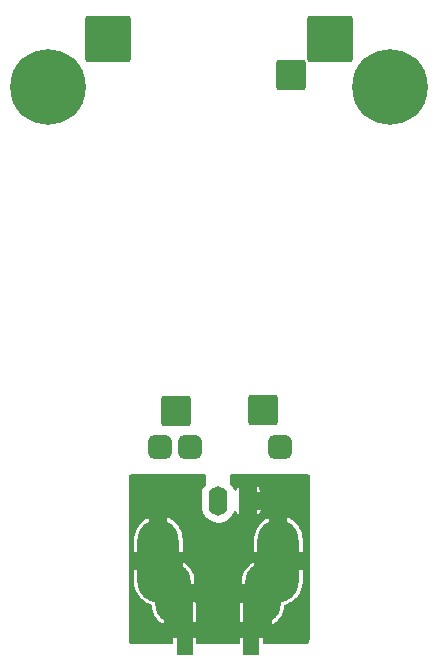
<source format=gbr>
%TF.GenerationSoftware,KiCad,Pcbnew,6.0.2+dfsg-1*%
%TF.CreationDate,2023-08-31T23:38:14+02:00*%
%TF.ProjectId,UnUn_BNC,556e556e-5f42-44e4-932e-6b696361645f,rev?*%
%TF.SameCoordinates,Original*%
%TF.FileFunction,Copper,L1,Top*%
%TF.FilePolarity,Positive*%
%FSLAX46Y46*%
G04 Gerber Fmt 4.6, Leading zero omitted, Abs format (unit mm)*
G04 Created by KiCad (PCBNEW 6.0.2+dfsg-1) date 2023-08-31 23:38:14*
%MOMM*%
%LPD*%
G01*
G04 APERTURE LIST*
G04 Aperture macros list*
%AMRoundRect*
0 Rectangle with rounded corners*
0 $1 Rounding radius*
0 $2 $3 $4 $5 $6 $7 $8 $9 X,Y pos of 4 corners*
0 Add a 4 corners polygon primitive as box body*
4,1,4,$2,$3,$4,$5,$6,$7,$8,$9,$2,$3,0*
0 Add four circle primitives for the rounded corners*
1,1,$1+$1,$2,$3*
1,1,$1+$1,$4,$5*
1,1,$1+$1,$6,$7*
1,1,$1+$1,$8,$9*
0 Add four rect primitives between the rounded corners*
20,1,$1+$1,$2,$3,$4,$5,0*
20,1,$1+$1,$4,$5,$6,$7,0*
20,1,$1+$1,$6,$7,$8,$9,0*
20,1,$1+$1,$8,$9,$2,$3,0*%
G04 Aperture macros list end*
%TA.AperFunction,ComponentPad*%
%ADD10RoundRect,0.249999X-1.025001X-1.025001X1.025001X-1.025001X1.025001X1.025001X-1.025001X1.025001X0*%
%TD*%
%TA.AperFunction,ComponentPad*%
%ADD11RoundRect,0.250002X-1.699998X-1.699998X1.699998X-1.699998X1.699998X1.699998X-1.699998X1.699998X0*%
%TD*%
%TA.AperFunction,ComponentPad*%
%ADD12O,1.600000X2.500000*%
%TD*%
%TA.AperFunction,ComponentPad*%
%ADD13O,3.500000X7.000000*%
%TD*%
%TA.AperFunction,ComponentPad*%
%ADD14C,0.800000*%
%TD*%
%TA.AperFunction,ComponentPad*%
%ADD15C,6.400000*%
%TD*%
%TA.AperFunction,ComponentPad*%
%ADD16O,3.000000X5.000000*%
%TD*%
%TA.AperFunction,ComponentPad*%
%ADD17RoundRect,0.500000X-0.500000X-0.500000X0.500000X-0.500000X0.500000X0.500000X-0.500000X0.500000X0*%
%TD*%
%TA.AperFunction,SMDPad,CuDef*%
%ADD18R,1.350000X4.200000*%
%TD*%
%TA.AperFunction,ViaPad*%
%ADD19C,0.800000*%
%TD*%
%TA.AperFunction,Conductor*%
%ADD20C,1.000000*%
%TD*%
G04 APERTURE END LIST*
D10*
%TO.P,U2,1,a*%
%TO.N,GND*%
X121302000Y-79656000D03*
%TO.P,U2,4,b'*%
%TO.N,Net-(C1-Pad1)*%
X113902000Y-79756000D03*
%TO.P,U2,5,x*%
%TO.N,Net-(H1-Pad1)*%
X123698000Y-51308000D03*
%TD*%
D11*
%TO.P,J5,1,Pin_1*%
%TO.N,GND*%
X108204000Y-48260000D03*
%TD*%
D12*
%TO.P,J1,1,In*%
%TO.N,Net-(C1-Pad1)*%
X117525000Y-87375000D03*
D13*
%TO.P,J1,2,Ext*%
%TO.N,GND*%
X122605000Y-92455000D03*
D12*
X120065000Y-87375000D03*
D13*
X112445000Y-92455000D03*
%TD*%
D11*
%TO.P,J3,1,Pin_1*%
%TO.N,Net-(H1-Pad1)*%
X127000000Y-48260000D03*
%TD*%
D14*
%TO.P,REF\u002A\u002A,1*%
%TO.N,N/C*%
X132080000Y-49924000D03*
D15*
X132080000Y-52324000D03*
D14*
X132080000Y-54724000D03*
X133777056Y-50626944D03*
X129680000Y-52324000D03*
X130382944Y-54021056D03*
X130382944Y-50626944D03*
X134480000Y-52324000D03*
X133777056Y-54021056D03*
%TD*%
%TO.P,REF\u002A\u002A,1*%
%TO.N,N/C*%
X103124000Y-49924000D03*
X100724000Y-52324000D03*
X103124000Y-54724000D03*
D15*
%TO.N,GND*%
X103124000Y-52324000D03*
D14*
%TO.N,N/C*%
X105524000Y-52324000D03*
X104821056Y-50626944D03*
X104821056Y-54021056D03*
X101426944Y-50626944D03*
X101426944Y-54021056D03*
%TD*%
D16*
%TO.P,REF\u002A\u002A,2*%
%TO.N,GND*%
X121300000Y-95207500D03*
X113700000Y-95207500D03*
%TD*%
D17*
%TO.P,C1,1*%
%TO.N,Net-(C1-Pad1)*%
X115135000Y-82804000D03*
X112595000Y-82804000D03*
%TO.P,C1,2*%
%TO.N,GND*%
X122755000Y-82804000D03*
%TD*%
D15*
%TO.P,H1,1,1*%
%TO.N,Net-(H1-Pad1)*%
X132080000Y-52324000D03*
%TD*%
D18*
%TO.P,REF\u002A\u002A,2*%
%TO.N,GND*%
X120325000Y-98337500D03*
X114675000Y-98337500D03*
%TD*%
D19*
%TO.N,GND*%
X114300000Y-87630000D03*
X110490000Y-86360000D03*
X123190000Y-97790000D03*
X119380000Y-91440000D03*
X111760000Y-97790000D03*
X110490000Y-97790000D03*
X124460000Y-86360000D03*
X115570000Y-88900000D03*
X110490000Y-87630000D03*
X119380000Y-92710000D03*
X124460000Y-87630000D03*
X110490000Y-96520000D03*
X115570000Y-90170000D03*
X115570000Y-92710000D03*
X123190000Y-86360000D03*
X113030000Y-87630000D03*
X111760000Y-87630000D03*
X121920000Y-87630000D03*
X115570000Y-86360000D03*
X114300000Y-86360000D03*
X124460000Y-97790000D03*
X115570000Y-87630000D03*
X119380000Y-90170000D03*
X115570000Y-91440000D03*
X113030000Y-86360000D03*
X121920000Y-86360000D03*
X111760000Y-86360000D03*
X123190000Y-87630000D03*
X124460000Y-96520000D03*
%TD*%
D20*
%TO.N,GND*%
X112699000Y-92201000D02*
X112445000Y-92455000D01*
%TD*%
%TA.AperFunction,Conductor*%
%TO.N,GND*%
G36*
X116442121Y-85165002D02*
G01*
X116488614Y-85218658D01*
X116500000Y-85271000D01*
X116500000Y-85921181D01*
X116479998Y-85989302D01*
X116471434Y-86001072D01*
X116370022Y-86124752D01*
X116370018Y-86124758D01*
X116366638Y-86128880D01*
X116363999Y-86133516D01*
X116363997Y-86133519D01*
X116361712Y-86137533D01*
X116249061Y-86335433D01*
X116167966Y-86558844D01*
X116167017Y-86564092D01*
X116156722Y-86621027D01*
X116125674Y-86792725D01*
X116124500Y-86817619D01*
X116124500Y-87884680D01*
X116139531Y-88061823D01*
X116140869Y-88066978D01*
X116140870Y-88066984D01*
X116173099Y-88191156D01*
X116199240Y-88291874D01*
X116243097Y-88389234D01*
X116255442Y-88416637D01*
X116296857Y-88508576D01*
X116429591Y-88705732D01*
X116593645Y-88877705D01*
X116784330Y-89019579D01*
X116996193Y-89127295D01*
X117001284Y-89128876D01*
X117001287Y-89128877D01*
X117169135Y-89180995D01*
X117223176Y-89197775D01*
X117228465Y-89198476D01*
X117453506Y-89228304D01*
X117453509Y-89228304D01*
X117458789Y-89229004D01*
X117464118Y-89228804D01*
X117464119Y-89228804D01*
X117561159Y-89225161D01*
X117696295Y-89220087D01*
X117928904Y-89171281D01*
X117933863Y-89169323D01*
X117933865Y-89169322D01*
X118144998Y-89085941D01*
X118145000Y-89085940D01*
X118149963Y-89083980D01*
X118353153Y-88960681D01*
X118357183Y-88957184D01*
X118528631Y-88808410D01*
X118528633Y-88808408D01*
X118532664Y-88804910D01*
X118536047Y-88800784D01*
X118536051Y-88800780D01*
X118679977Y-88625248D01*
X118683362Y-88621120D01*
X118687329Y-88614152D01*
X118798302Y-88419199D01*
X118800939Y-88414567D01*
X118839118Y-88309387D01*
X118881163Y-88252179D01*
X118947462Y-88226784D01*
X119016967Y-88241264D01*
X119069573Y-88294687D01*
X119132381Y-88416637D01*
X119138831Y-88426683D01*
X119261081Y-88582314D01*
X119269318Y-88590964D01*
X119301317Y-88618731D01*
X119311754Y-88623507D01*
X119314505Y-88614152D01*
X120815000Y-88614152D01*
X120818237Y-88625177D01*
X120824544Y-88622297D01*
X120928036Y-88514188D01*
X120935432Y-88504823D01*
X121042787Y-88338560D01*
X121048283Y-88327957D01*
X121122259Y-88144400D01*
X121123494Y-88140231D01*
X121122526Y-88129832D01*
X121107474Y-88125000D01*
X120833115Y-88125000D01*
X120817876Y-88129475D01*
X120816671Y-88130865D01*
X120815000Y-88138548D01*
X120815000Y-88614152D01*
X119314505Y-88614152D01*
X119315000Y-88612467D01*
X119315000Y-86606885D01*
X120815000Y-86606885D01*
X120819475Y-86622124D01*
X120820865Y-86623329D01*
X120828548Y-86625000D01*
X121105243Y-86625000D01*
X121118774Y-86621027D01*
X121119898Y-86613206D01*
X121092669Y-86520390D01*
X121088234Y-86509303D01*
X120997619Y-86333363D01*
X120991169Y-86323317D01*
X120868919Y-86167686D01*
X120860682Y-86159036D01*
X120828683Y-86131269D01*
X120818246Y-86126493D01*
X120815000Y-86137533D01*
X120815000Y-86606885D01*
X119315000Y-86606885D01*
X119315000Y-86135848D01*
X119311763Y-86124823D01*
X119305456Y-86127703D01*
X119201964Y-86235812D01*
X119194568Y-86245177D01*
X119087213Y-86411440D01*
X119081722Y-86422034D01*
X119075406Y-86437705D01*
X119031390Y-86493411D01*
X118964245Y-86516478D01*
X118895289Y-86499581D01*
X118843657Y-86442357D01*
X118755335Y-86246289D01*
X118755332Y-86246284D01*
X118753143Y-86241424D01*
X118620409Y-86044268D01*
X118534830Y-85954558D01*
X118502283Y-85891461D01*
X118500000Y-85867586D01*
X118500000Y-85271000D01*
X118520002Y-85202879D01*
X118573658Y-85156386D01*
X118626000Y-85145000D01*
X125138355Y-85145000D01*
X125206476Y-85165002D01*
X125252969Y-85218658D01*
X125264355Y-85270949D01*
X125269917Y-99016975D01*
X125269918Y-99020550D01*
X125266244Y-99050805D01*
X125241945Y-99149209D01*
X125235197Y-99169177D01*
X125180422Y-99295320D01*
X125170435Y-99313890D01*
X125118414Y-99393769D01*
X125095383Y-99429134D01*
X125082440Y-99445775D01*
X125030225Y-99502410D01*
X124969347Y-99538933D01*
X124937591Y-99543000D01*
X121426000Y-99543000D01*
X121357879Y-99522998D01*
X121311386Y-99469342D01*
X121300000Y-99417000D01*
X121300000Y-99030615D01*
X121295525Y-99015376D01*
X121294135Y-99014171D01*
X121286452Y-99012500D01*
X119368115Y-99012500D01*
X119352876Y-99016975D01*
X119351671Y-99018365D01*
X119350000Y-99026048D01*
X119350000Y-99417000D01*
X119329998Y-99485121D01*
X119276342Y-99531614D01*
X119224000Y-99543000D01*
X115776000Y-99543000D01*
X115707879Y-99522998D01*
X115661386Y-99469342D01*
X115650000Y-99417000D01*
X115650000Y-99030615D01*
X115645525Y-99015376D01*
X115644135Y-99014171D01*
X115636452Y-99012500D01*
X113718115Y-99012500D01*
X113702876Y-99016975D01*
X113701671Y-99018365D01*
X113700000Y-99026048D01*
X113700000Y-99417000D01*
X113679998Y-99485121D01*
X113626342Y-99531614D01*
X113574000Y-99543000D01*
X110145060Y-99543000D01*
X110076939Y-99522998D01*
X110039559Y-99485888D01*
X110014267Y-99447154D01*
X110001975Y-99422997D01*
X109962944Y-99320214D01*
X109956103Y-99293985D01*
X109950523Y-99256395D01*
X109943364Y-99208166D01*
X109942800Y-99188017D01*
X109942705Y-99188021D01*
X109942378Y-99179768D01*
X109943131Y-99171545D01*
X109940436Y-99155893D01*
X109938611Y-99134151D01*
X109938964Y-99014171D01*
X109952890Y-94274395D01*
X110395000Y-94274395D01*
X110395153Y-94278780D01*
X110409686Y-94486617D01*
X110410906Y-94495298D01*
X110468687Y-94767135D01*
X110471106Y-94775572D01*
X110566155Y-95036713D01*
X110569726Y-95044733D01*
X110700186Y-95290095D01*
X110704845Y-95297551D01*
X110868185Y-95522369D01*
X110873832Y-95529099D01*
X111066879Y-95729005D01*
X111073401Y-95734877D01*
X111292389Y-95905969D01*
X111299662Y-95910875D01*
X111540333Y-96049826D01*
X111548225Y-96053675D01*
X111805893Y-96157780D01*
X111813100Y-96160122D01*
X111871707Y-96200193D01*
X111899346Y-96265589D01*
X111900081Y-96275284D01*
X111900171Y-96277723D01*
X111914434Y-96469651D01*
X111915811Y-96478857D01*
X111972794Y-96730688D01*
X111975518Y-96739599D01*
X112069098Y-96980240D01*
X112073109Y-96988649D01*
X112201229Y-97212811D01*
X112206440Y-97220537D01*
X112366289Y-97423304D01*
X112372582Y-97430172D01*
X112560646Y-97607086D01*
X112567880Y-97612944D01*
X112780037Y-97760123D01*
X112788053Y-97764845D01*
X112933752Y-97836696D01*
X112947645Y-97839117D01*
X112949808Y-97835962D01*
X112950000Y-97834755D01*
X112950000Y-97825788D01*
X122050000Y-97825788D01*
X122053973Y-97839319D01*
X122058525Y-97839973D01*
X122170858Y-97788187D01*
X122179013Y-97783667D01*
X122394930Y-97642106D01*
X122402335Y-97636423D01*
X122594950Y-97464508D01*
X122601435Y-97457792D01*
X122766527Y-97259291D01*
X122771942Y-97251699D01*
X122905881Y-97030975D01*
X122910119Y-97022658D01*
X123009960Y-96784565D01*
X123012921Y-96775715D01*
X123076471Y-96525482D01*
X123078093Y-96516285D01*
X123099684Y-96301864D01*
X123100000Y-96295572D01*
X123100000Y-96291207D01*
X123120002Y-96223086D01*
X123173658Y-96176593D01*
X123187063Y-96171374D01*
X123370633Y-96111728D01*
X123378777Y-96108438D01*
X123628551Y-95986614D01*
X123636148Y-95982228D01*
X123866542Y-95826826D01*
X123873459Y-95821422D01*
X124079974Y-95635475D01*
X124086077Y-95629155D01*
X124264707Y-95416273D01*
X124269867Y-95409170D01*
X124417136Y-95173491D01*
X124421248Y-95165757D01*
X124534287Y-94911867D01*
X124537286Y-94903626D01*
X124613887Y-94636487D01*
X124615711Y-94627907D01*
X124654388Y-94352702D01*
X124655000Y-94343953D01*
X124655000Y-93223115D01*
X124650525Y-93207876D01*
X124649135Y-93206671D01*
X124641452Y-93205000D01*
X122068115Y-93205000D01*
X122052876Y-93209475D01*
X122051671Y-93210865D01*
X122050000Y-93218548D01*
X122050000Y-94439385D01*
X122054475Y-94454624D01*
X122055865Y-94455829D01*
X122063548Y-94457500D01*
X123014000Y-94457500D01*
X123082121Y-94477502D01*
X123128614Y-94531158D01*
X123140000Y-94583500D01*
X123140000Y-95831500D01*
X123119998Y-95899621D01*
X123066342Y-95946114D01*
X123014000Y-95957500D01*
X122068115Y-95957500D01*
X122052876Y-95961975D01*
X122051671Y-95963365D01*
X122050000Y-95971048D01*
X122050000Y-97825788D01*
X112950000Y-97825788D01*
X112950000Y-97644385D01*
X115350000Y-97644385D01*
X115354475Y-97659624D01*
X115355865Y-97660829D01*
X115363548Y-97662500D01*
X115631885Y-97662500D01*
X115647124Y-97658025D01*
X115648329Y-97656635D01*
X115650000Y-97648952D01*
X115650000Y-97644385D01*
X119350000Y-97644385D01*
X119354475Y-97659624D01*
X119355865Y-97660829D01*
X119363548Y-97662500D01*
X119631885Y-97662500D01*
X119647124Y-97658025D01*
X119648329Y-97656635D01*
X119650000Y-97648952D01*
X119650000Y-95975615D01*
X119645525Y-95960376D01*
X119644135Y-95959171D01*
X119636452Y-95957500D01*
X119518115Y-95957500D01*
X119502876Y-95961975D01*
X119494378Y-95971782D01*
X119470518Y-95993111D01*
X119468917Y-95994211D01*
X119406396Y-96056842D01*
X119393475Y-96075712D01*
X119356820Y-96158625D01*
X119351892Y-96176702D01*
X119350424Y-96189287D01*
X119350000Y-96196588D01*
X119350000Y-97644385D01*
X115650000Y-97644385D01*
X115650000Y-96196660D01*
X115649558Y-96189214D01*
X115648006Y-96176164D01*
X115643048Y-96158126D01*
X115606245Y-96075269D01*
X115593287Y-96056415D01*
X115522426Y-95985678D01*
X115524572Y-95983528D01*
X115524498Y-95983436D01*
X115523486Y-95984604D01*
X115494135Y-95959171D01*
X115486452Y-95957500D01*
X115368115Y-95957500D01*
X115352876Y-95961975D01*
X115351671Y-95963365D01*
X115350000Y-95971048D01*
X115350000Y-97644385D01*
X112950000Y-97644385D01*
X112950000Y-95975615D01*
X112945525Y-95960376D01*
X112944135Y-95959171D01*
X112936452Y-95957500D01*
X111986000Y-95957500D01*
X111917879Y-95937498D01*
X111871386Y-95883842D01*
X111860000Y-95831500D01*
X111860000Y-94583500D01*
X111880002Y-94515379D01*
X111933658Y-94468886D01*
X111986000Y-94457500D01*
X112931885Y-94457500D01*
X112947124Y-94453025D01*
X112948329Y-94451635D01*
X112950000Y-94443952D01*
X112950000Y-94439385D01*
X114450000Y-94439385D01*
X114454475Y-94454624D01*
X114455865Y-94455829D01*
X114463548Y-94457500D01*
X115481885Y-94457500D01*
X115497124Y-94453025D01*
X115498329Y-94451635D01*
X115500000Y-94443952D01*
X115500000Y-94439385D01*
X119500000Y-94439385D01*
X119504475Y-94454624D01*
X119505865Y-94455829D01*
X119513548Y-94457500D01*
X120531885Y-94457500D01*
X120547124Y-94453025D01*
X120548329Y-94451635D01*
X120550000Y-94443952D01*
X120550000Y-93223115D01*
X120540693Y-93191419D01*
X120520104Y-93159381D01*
X120515000Y-93123883D01*
X120515000Y-92605346D01*
X120511027Y-92591815D01*
X120506476Y-92591161D01*
X120429139Y-92626814D01*
X120420987Y-92631333D01*
X120205070Y-92772894D01*
X120197665Y-92778577D01*
X120005050Y-92950492D01*
X119998565Y-92957208D01*
X119833473Y-93155709D01*
X119828058Y-93163301D01*
X119694119Y-93384025D01*
X119689881Y-93392342D01*
X119590040Y-93630435D01*
X119587079Y-93639285D01*
X119523529Y-93889518D01*
X119521907Y-93898715D01*
X119500316Y-94113136D01*
X119500000Y-94119428D01*
X119500000Y-94439385D01*
X115500000Y-94439385D01*
X115500000Y-94141929D01*
X115499827Y-94137254D01*
X115485566Y-93945349D01*
X115484189Y-93936143D01*
X115427206Y-93684312D01*
X115424482Y-93675401D01*
X115330902Y-93434760D01*
X115326891Y-93426351D01*
X115198771Y-93202189D01*
X115193560Y-93194463D01*
X115033711Y-92991696D01*
X115027418Y-92984828D01*
X114839354Y-92807914D01*
X114832120Y-92802056D01*
X114619966Y-92654880D01*
X114611940Y-92650152D01*
X114551248Y-92620223D01*
X114537355Y-92617801D01*
X114535192Y-92620957D01*
X114535000Y-92622163D01*
X114535000Y-93091039D01*
X114514998Y-93159160D01*
X114461342Y-93205653D01*
X114453726Y-93208493D01*
X114451671Y-93210865D01*
X114450000Y-93218548D01*
X114450000Y-94439385D01*
X112950000Y-94439385D01*
X112950000Y-93223115D01*
X112945525Y-93207876D01*
X112944135Y-93206671D01*
X112936452Y-93205000D01*
X110413115Y-93205000D01*
X110397876Y-93209475D01*
X110396671Y-93210865D01*
X110395000Y-93218548D01*
X110395000Y-94274395D01*
X109952890Y-94274395D01*
X109960493Y-91686885D01*
X110395000Y-91686885D01*
X110399475Y-91702124D01*
X110400865Y-91703329D01*
X110408548Y-91705000D01*
X111676885Y-91705000D01*
X111692124Y-91700525D01*
X111693329Y-91699135D01*
X111695000Y-91691452D01*
X111695000Y-91686885D01*
X113195000Y-91686885D01*
X113199475Y-91702124D01*
X113200865Y-91703329D01*
X113208548Y-91705000D01*
X114476885Y-91705000D01*
X114492124Y-91700525D01*
X114493329Y-91699135D01*
X114495000Y-91691452D01*
X114495000Y-91686885D01*
X120555000Y-91686885D01*
X120559475Y-91702124D01*
X120560865Y-91703329D01*
X120568548Y-91705000D01*
X121836885Y-91705000D01*
X121852124Y-91700525D01*
X121853329Y-91699135D01*
X121855000Y-91691452D01*
X121855000Y-91686885D01*
X123355000Y-91686885D01*
X123359475Y-91702124D01*
X123360865Y-91703329D01*
X123368548Y-91705000D01*
X124636885Y-91705000D01*
X124652124Y-91700525D01*
X124653329Y-91699135D01*
X124655000Y-91691452D01*
X124655000Y-90635605D01*
X124654847Y-90631220D01*
X124640314Y-90423383D01*
X124639094Y-90414702D01*
X124581313Y-90142865D01*
X124578894Y-90134428D01*
X124483845Y-89873287D01*
X124480274Y-89865267D01*
X124349814Y-89619905D01*
X124345155Y-89612449D01*
X124181815Y-89387631D01*
X124176168Y-89380901D01*
X123983121Y-89180995D01*
X123976599Y-89175123D01*
X123757611Y-89004031D01*
X123750338Y-88999125D01*
X123509667Y-88860174D01*
X123501775Y-88856325D01*
X123371798Y-88803810D01*
X123357763Y-88802425D01*
X123355000Y-88807176D01*
X123355000Y-91686885D01*
X121855000Y-91686885D01*
X121855000Y-88811307D01*
X121851027Y-88797776D01*
X121844001Y-88796766D01*
X121839368Y-88798271D01*
X121831227Y-88801560D01*
X121581449Y-88923386D01*
X121573852Y-88927772D01*
X121343458Y-89083174D01*
X121336541Y-89088578D01*
X121130026Y-89274525D01*
X121123923Y-89280845D01*
X120945293Y-89493727D01*
X120940133Y-89500830D01*
X120792864Y-89736509D01*
X120788752Y-89744243D01*
X120675713Y-89998133D01*
X120672714Y-90006374D01*
X120596113Y-90273513D01*
X120594289Y-90282093D01*
X120555612Y-90557298D01*
X120555000Y-90566047D01*
X120555000Y-91686885D01*
X114495000Y-91686885D01*
X114495000Y-90635605D01*
X114494847Y-90631220D01*
X114480314Y-90423383D01*
X114479094Y-90414702D01*
X114421313Y-90142865D01*
X114418894Y-90134428D01*
X114323845Y-89873287D01*
X114320274Y-89865267D01*
X114189814Y-89619905D01*
X114185155Y-89612449D01*
X114021815Y-89387631D01*
X114016168Y-89380901D01*
X113823121Y-89180995D01*
X113816599Y-89175123D01*
X113597611Y-89004031D01*
X113590338Y-88999125D01*
X113349667Y-88860174D01*
X113341775Y-88856325D01*
X113211798Y-88803810D01*
X113197763Y-88802425D01*
X113195000Y-88807176D01*
X113195000Y-91686885D01*
X111695000Y-91686885D01*
X111695000Y-88811307D01*
X111691027Y-88797776D01*
X111684001Y-88796766D01*
X111679368Y-88798271D01*
X111671227Y-88801560D01*
X111421449Y-88923386D01*
X111413852Y-88927772D01*
X111183458Y-89083174D01*
X111176541Y-89088578D01*
X110970026Y-89274525D01*
X110963923Y-89280845D01*
X110785293Y-89493727D01*
X110780133Y-89500830D01*
X110632864Y-89736509D01*
X110628752Y-89744243D01*
X110515713Y-89998133D01*
X110512714Y-90006374D01*
X110436113Y-90273513D01*
X110434289Y-90282093D01*
X110395612Y-90557298D01*
X110395000Y-90566047D01*
X110395000Y-91686885D01*
X109960493Y-91686885D01*
X109979345Y-85270629D01*
X109999547Y-85202568D01*
X110053339Y-85156233D01*
X110105344Y-85145000D01*
X116374000Y-85145000D01*
X116442121Y-85165002D01*
G37*
%TD.AperFunction*%
%TD*%
M02*

</source>
